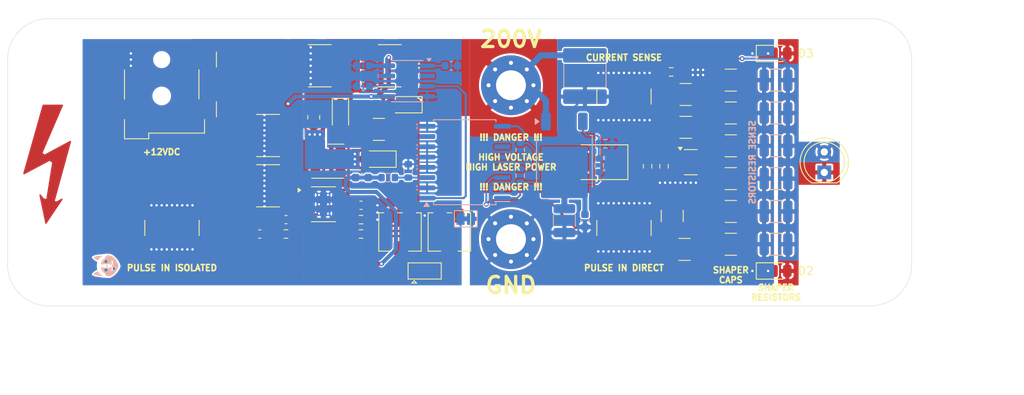
<source format=kicad_pcb>
(kicad_pcb (version 20241229) (generator "pcbnew") (generator_version "9.0")
  (layers (0 "F.Cu" signal) (2 "B.Cu" signal) (13 "F.Paste" user) (15 "B.Paste" user) (5 "F.SilkS" user "F.Silkscreen") (7 "B.SilkS" user "B.Silkscreen") (1 "F.Mask" user) (3 "B.Mask" user) (25 "Edge.Cuts" user))
  (net 0 "")
  (net 1 "GNDPWR")
  (net 2 "Net-(C8-Pad2)")
  (net 3 "Net-(U2-OUTA)")
  (net 4 "Net-(J1-In)")
  (net 5 "+VDC")
  (net 6 "VDDA")
  (net 7 "Net-(U1-SS)")
  (net 8 "GND")
  (net 9 "Net-(C15-Pad1)")
  (net 10 "Net-(U1-INTVcc)")
  (net 11 "+12V")
  (net 12 "Net-(D5-K)")
  (net 13 "Net-(D4-K)")
  (net 14 "VDD")
  (net 15 "Net-(U3-SS)")
  (net 16 "Net-(D5-A)")
  (net 17 "Net-(JP1-A)")
  (net 18 "Net-(JP1-C)")
  (net 19 "Net-(JP1-B)")
  (net 20 "/SENSE+")
  (net 21 "/TRIG")
  (net 22 "Net-(R14-Pad1)")
  (net 23 "Net-(U2-EN2)")
  (net 24 "Net-(U2-INA)")
  (net 25 "Net-(U4-ADJ)")
  (net 26 "Net-(U1-RT)")
  (net 27 "Net-(U1-Vc)")
  (net 34 "/SHAPER_INTER")
  (net 35 "/SHAPER_IN")
  (net 36 "/SHAPER_OUT")
  (net 37 "/PDEC")
  (net 38 "/SW")
  (footprint "Package_TO_SOT_SMD:SOT-23-3" (layer "F.Cu") (at 212.725 101.6)
    (property "Reference" "Q1" (hide yes))
    (property "Value" "FMMT415TD")
  )
  (footprint "Capacitor_SMD:C_1210_3225Metric" (layer "F.Cu") (at 211.963 112.395 180)
    (property "Reference" "C13" (hide yes))
    (property "Value" "DNP")
  )
  (footprint "Jumper:SolderJumper-3_P1.3mm_Bridged2Bar12_Pad1.0x1.5mm" (layer "F.Cu") (at 179.832 115.062)
    (property "Reference" "JP1" (hide yes))
    (property "Value" "VRANGE")
  )
  (footprint "Capacitor_SMD:C_1210_3225Metric" (layer "F.Cu") (at 212.09 93.218)
    (property "Reference" "C1" (hide yes))
    (property "Value" "10n")
  )
  (footprint "MountingHole:MountingHole_3.7mm_Pad_Via" (layer "F.Cu") (at 190.5 92.075)
    (property "Reference" "J3" (hide yes))
    (property "Value" "BANANA_V+")
  )
  (footprint "Resistor_SMD:R_0603_1608Metric" (layer "F.Cu") (at 210.2998 90.424)
    (property "Reference" "R14" (hide yes))
    (property "Value" "50")
  )
  (footprint "Resistor_SMD:R_0603_1608Metric" (layer "F.Cu") (at 171.958 108.712)
    (property "Reference" "R23" (hide yes))
    (property "Value" "107k")
  )
  (footprint "Capacitor_SMD:C_2220_5750Metric" (layer "F.Cu") (at 175.514 89.662)
    (property "Reference" "C20" (hide yes))
    (property "Value" "220n")
  )
  (footprint "Resistor_SMD:R_1210_3225Metric" (layer "F.Cu") (at 223.266 107.696)
    (property "Reference" "R6" (hide yes))
    (property "Value" "0")
  )
  (footprint "Capacitor_SMD:C_0603_1608Metric" (layer "F.Cu") (at 162.687 108.712 180)
    (property "Reference" "C16" (hide yes))
    (property "Value" "1u")
  )
  (footprint "Capacitor_SMD:C_1210_3225Metric" (layer "F.Cu") (at 217.678 107.696)
    (property "Reference" "C6" (hide yes))
    (property "Value" "47p")
  )
  (footprint "Resistor_SMD:R_1210_3225Metric" (layer "F.Cu") (at 223.266 99.568)
    (property "Reference" "R4" (hide yes))
    (property "Value" "0")
  )
  (footprint "Symbol:Symbol_HighVoltage_NoTriangle_6x15mm_Copper" (layer "F.Cu") (at 133.35 101.6)
    (property "Reference" "REF**" (hide yes))
    (property "Value" "Symbol_HighVoltage_NoTriangle_6x15mm_Copper" (hide yes))
  )
  (footprint "MountingHole:MountingHole_3.7mm_Pad_Via" (layer "F.Cu") (at 190.5 111.125)
    (property "Reference" "J4" (hide yes))
    (property "Value" "BANANA_V-")
  )
  (footprint "Capacitor_SMD:C_2220_5750Metric" (layer "F.Cu") (at 160.464 104.521 180)
    (property "Reference" "C18" (hide yes))
    (property "Value" "1u")
  )
  (footprint "Resistor_SMD:R_1210_3225Metric" (layer "F.Cu") (at 223.266 111.76)
    (property "Reference" "R7" (hide yes))
    (property "Value" "0")
  )
  (footprint "Resistor_SMD:R_1210_3225Metric" (layer "F.Cu") (at 223.266 95.504)
    (property "Reference" "R3" (hide yes))
    (property "Value" "0")
  )
  (footprint "Connector_BarrelJack:BarrelJack_Wuerth_694106106102_2.0x5.5mm" (layer "F.Cu") (at 147.32 91.975 180)
    (property "Reference" "J2" (hide yes))
    (property "Value" "12VIN")
  )
  (footprint "MountingHole:MountingHole_3mm" (layer "F.Cu") (at 229.616 95.25)
    (property "Reference" "MH4")
    (property "Value" "4-40a")
  )
  (footprint "Potentiometer_SMD:Potentiometer_Bourns_3314S_Horizontal" (layer "F.Cu") (at 182.88 110.236)
    (property "Reference" "RV2" (hide yes))
    (property "Value" "10k")
  )
  (footprint "Resistor_SMD:R_0603_1608Metric" (layer "F.Cu") (at 162.687 110.49 180)
    (property "Reference" "R24" (hide yes))
    (property "Value" "84.5k")
  )
  (footprint "Diode_SMD:D_SMB" (layer "F.Cu") (at 201.295 101.6 180)
    (property "Reference" "D1" (hide yes))
    (property "Value" "S3MB-13-F")
  )
  (footprint "Package_SO:Analog_MSOP-12-16-1EP_3x4.039mm_P0.5mm_EP1.651x2.845mm_ThermalVias" (layer "F.Cu") (at 167.3195 106.807)
    (property "Reference" "U1" (hide yes))
    (property "Value" "LT8365")
  )
  (footprint "Connector_Coaxial:SMA_Amphenol_132134-10_Vertical" (layer "F.Cu") (at 204.47 109.728 180)
    (property "Reference" "TP2" (hide yes))
    (property "Value" "TRIG_DIRECT")
  )
  (footprint "Potentiometer_SMD:Potentiometer_Bourns_3314S_Horizontal" (layer "F.Cu") (at 176.784 110.236)
    (property "Reference" "RV1" (hide yes))
    (property "Value" "50k")
  )
  (footprint "LED_THT:LED_D5.0mm" (layer "F.Cu") (at 229.235 102.87 90)
    (property "Reference" "LD1" (hide yes))
    (property "Value" "SPL_PL90")
  )
  (footprint "Diode_SMD:D_PowerDI-123" (layer "F.Cu") (at 223.139 88.138)
    (property "Reference" "D3")
    (property "Value" "DFLS1150")
  )
  (footprint "Capacitor_SMD:C_1210_3225Metric" (layer "F.Cu") (at 217.678 91.44)
    (property "Reference" "C2" (hide yes))
    (property "Value" "47p")
  )
  (footprint "Resistor_SMD:R_1210_3225Metric" (layer "F.Cu") (at 223.266 103.632)
    (property "Reference" "R5" (hide yes))
    (property "Value" "0")
  )
  (footprint "Resistor_SMD:R_0603_1608Metric" (layer "F.Cu") (at 209.423 102.108 -90)
    (property "Reference" "R18" (hide yes))
    (property "Value" "10k")
  )
  (footprint "Connector_Coaxial:SMA_Amphenol_132134-10_Vertical" (layer "F.Cu") (at 148.59 109.728)
    (property "Reference" "J1" (hide yes))
    (property "Value" "TRIG")
  )
  (footprint "Capacitor_SMD:C_1210_3225Metric" (layer "F.Cu") (at 217.678 103.632)
    (property "Reference" "C5" (hide yes))
    (property "Value" "47p")
  )
  (footprint "Diode_SMD:D_PowerDI-123" (layer "F.Cu") (at 173.99 101.219 180)
    (property "Reference" "D5" (hide yes))
    (property "Value" "DFLS1150")
  )
  (footprint "Resistor_SMD:R_0805_2012Metric" (layer "F.Cu") (at 166.116 96.0355 90)
    (property "Reference" "R26" (hide yes))
    (property "Value" "20")
  )
  (footprint "Capacitor_SMD:C_1210_3225Metric" (layer "F.Cu") (at 217.678 95.504)
    (property "Reference" "C3" (hide yes))
    (property "Value" "47p")
  )
  (footprint "holes:quarter-twenty" (layer "F.Cu") (at 234.95 88.9)
    (property "Reference" "H**")
    (property "Value" "1/4 20")
  )
  (footprint "holes:quarter-twenty" (layer "F.Cu") (at 133.35 114.3)
    (property "Reference" "H**")
    (property "Value" "1/4 20")
  )
  (footprint "Capacitor_SMD:C_1210_3225Metric" (layer "F.Cu") (at 217.678 111.76)
    (property "Reference" "C7" (hide yes))
    (property "Value" "47p")
  )
  (footprint "Capacitor_SMD:C_0603_1608Metric" (layer "F.Cu") (at 159.448 110.49 180)
    (property "Reference" "C15" (hide yes))
    (property "Value" "1n")
  )
  (footprint "Resistor_SMD:R_1210_3225Metric" (layer "F.Cu") (at 212.09 97.282)
    (property "Reference" "R1" (hide yes))
    (property "Value" "1.2k")
  )
  (footprint "Capacitor_SMD:C_2220_5750Metric" (layer "F.Cu") (at 166.868 89.662)
    (property "Reference" "C21" (hide yes))
    (property "Value" "220n")
  )
  (footprint "holes:quarter-twenty" (layer "F.Cu") (at 133.35 88.9)
    (property "Reference" "H**")
    (property "Value" "1/4 20")
  )
  (footprint "holes:quarter-twenty" (layer "F.Cu") (at 234.95 114.3)
    (property "Reference" "H**")
    (property "Value" "1/4 20")
  )
  (footprint "Resistor_SMD:R_0603_1608Metric" (layer "F.Cu") (at 207.391 102.108 90)
    (property "Reference" "R15" (hide yes))
    (property "Value" "50")
  )
  (footprint "Diode_SMD:D_PowerDI-123" (layer "F.Cu") (at 223.138 115.062)
    (property "Reference" "D2")
    (property "Value" "DFLS1150")
  )
  (footprint "Capacitor_SMD:C_1210_3225Metric" (layer "F.Cu") (at 217.678 99.568)
    (property "Reference" "C4" (hide yes))
    (property "Value" "47p")
  )
  (footprint "Capacitor_SMD:C_1210_3225Metric" (layer "F.Cu") (at 210.439 108.253 90)
    (property "Reference" "C8" (hide yes))
    (property "Value" "100n")
  )
  (footprint "Capacitor_SMD:C_2220_5750Metric" (layer "F.Cu") (at 160.464 98.298 180)
    (property "Reference" "C17" (hide yes))
    (property "Value" "10u")
  )
  (footprint "Capacitor_SMD:C_1210_3225Metric" (layer "F.Cu") (at 174.166 97.536)
    (property "Reference" "C19" (hide yes))
    (property "Value" "100n")
  )
  (footprint "Inductor_SMD_Wurth:L_Wurth_WE-LQSH-4020" (layer "F.Cu") (at 167.868 101.473)
    (property "Reference" "L1" (hide yes))
    (property "Value" "10u")
  )
  (footprint "MountingHole:MountingHole_3mm" (layer "F.Cu") (at 229.616 107.95)
    (property "Reference" "MH1")
    (property "Value" "4-40a")
  )
  (footprint "Diode_SMD:D_PowerDI-123" (layer "F.Cu") (at 169.418 96.011 -90)
    (property "Reference" "D4" (hide yes))
    (property "Value" "DFLS1150")
  )
  (footprint "Capacitor_SMD:C_0603_1608Metric" (layer "F.Cu") (at 171.958 106.934)
    (property "Reference" "C14" (hide yes))
    (property "Value" "220n")
  )
  (footprint "Diode_SMD:D_PowerDI-123" (layer "F.Cu") (at 177.204 94.488 180)
    (property "Reference" "D6" (hide yes))
    (property "Value" "DFLS1150")
  )
  (footprint "Resistor_SMD:R_0603_1608Metric" (layer "F.Cu") (at 171.958 110.49)
    (property "Reference" "R25" (hide yes))
    (property "Value" "1M")
  )
  (footprint "Resistor_SMD:R_1210_3225Metric" (layer "F.Cu") (at 223.266 91.44)
    (property "Reference" "R2" (hide yes))
    (property "Value" "0")
  )
  (footprint "Connector_Coaxial:SMA_Amphenol_132134-10_Vertical" (layer "F.Cu") (at 204.47 93.472)
    (property "Reference" "TP1" (hide yes))
    (property "Value" "AOUT")
  )
  (footprint "Package_SO:SOIC-8-1EP_3.9x4.9mm_P1.27mm_EP2.29x3mm" (layer "B.Cu") (at 177.673 91.567 180)
    (property "Reference" "U3" (hide yes))
    (property "Value" "ADP7142ARDZ-5.0")
  )
  (footprint "Capacitor_SMD:C_0603_1608Metric" (layer "B.Cu") (at 199.644 108.839 90)
    (property "Reference" "C11" (hide yes))
    (property "Value" "1u")
  )
  (footprint "Resistor_SMD:R_0603_1608Metric" (layer "B.Cu") (at 202.184 99.314)
    (property "Reference" "R21" (hide yes))
    (property "Value" "18.2k")
  )
  (footprint "Resistor_SMD:R_1210_3225Metric" (layer "B.Cu") (at 223.266 111.76 180)
    (property "Reference" "R13" (hide yes))
    (property "Value" "0.5")
  )
  (footprint "Jumper:SolderJumper-2_P1.3mm_Bridged_Pad1.0x1.5mm" (layer "B.Cu") (at 184.912 108.6104)
    (property "Reference" "JP2" (hide yes))
    (property "Value" "GNDCON")
  )
  (footprint "holes:milo" (layer "B.Cu") (at 138.555 112.647 -90)
    (property "Reference" "svg2mod" (hide yes))
    (property "Value" "G***" (hide yes))
  )
  (footprint "Package_TO_SOT_SMD:TO-252-2" (layer "B.Cu") (at 197.104 101.6 -90)
    (property "Reference" "U4" (hide yes))
    (property "Value" "LR8K4-G")
  )
  (footprint "Resistor_SMD:R_1210_3225Metric" (layer "B.Cu") (at 223.266 99.568 180)
    (property "Reference" "R10" (hide yes))
    (property "Value" "0.5")
  )
  (footprint "Resistor_SMD:R_0603_1608Metric" (layer "B.Cu") (at 191.643 100.076 90)
    (property "Reference" "R17" (hide yes))
    (property "Value" "DNP")
  )
  (footprint "Capacitor_SMD:C_2220_5750Metric" (layer "B.Cu") (at 199.644 90.932 90)
    (property "Reference" "C10" (hide yes))
    (property "Value" "1u")
  )
  (footprint "Resistor_SMD:R_1210_3225Metric" (layer "B.Cu") (at 223.266 103.632 180)
    (property "Reference" "R11" (hide yes))
    (property "Value" "0.5")
  )
  (footprint "Package_SO:SOIC-16W_7.5x10.3mm_P1.27mm" (layer "B.Cu") (at 184.785 101.6)
    (property "Reference" "U2" (hide yes))
    (property "Value" "ISO6740")
  )
  (footprint "Resistor_SMD:R_0603_1608Metric" (layer "B.Cu") (at 201.422 101.981 90)
    (property "Reference" "R22" (hide yes))
    (property "Value" "6.04k")
  )
  (footprint "Resistor_SMD:R_0603_1608Metric" (layer "B.Cu") (at 177.8 102.68 90)
    (property "Reference" "R20" (hide yes))
    (property "Value" "10k")
  )
  (footprint "Capacitor_SMD:C_1210_3225Metric" (layer "B.Cu") (at 197.104 108.839 90)
    (property "Reference" "C12" (hide yes))
    (property "Value" "100n")
  )
  (footprint "Resistor_SMD:R_1210_3225Metric" (layer "B.Cu") (at 223.266 107.696 180)
    (property "Reference" "R12" (hide yes))
    (property "Value" "0.5")
  )
  (footprint "Resistor_SMD:R_1210_3225Metric" (layer "B.Cu") (at 223.266 91.44 180)
    (property "Reference" "R8" (hide yes))
    (property "Value" "0.5")
  )
  (footprint "Capacitor_SMD:C_0603_1608Metric" (layer "B.Cu") (at 172.212 92.202 180)
    (property "Reference" "C24" (hide yes))
    (property "Value" "1n")
  )
  (footprint "Capacitor_SMD:C_0603_1608Metric" (layer "B.Cu") (at 183.134 89.662)
    (property "Reference" "C23" (hide yes))
    (property "Value" "2.2u")
  )
  (footprint "Resistor_SMD:R_1210_3225Metric" (layer "B.Cu") (at 223.266 95.504 180)
    (property "Reference" "R9" (hide yes))
    (property "Value" "0.5")
  )
  (footprint "Resistor_SMD:R_0603_1608Metric" (layer "B.Cu") (at 191.643 103.251 -90)
    (property "Reference" "R16" (hide yes))
    (property "Value" "4.7k")
  )
  (footprint "Resistor_SMD:R_0603_1608Metric" (layer "B.Cu") (at 175.324 103.505)
    (property "Reference" "R19" (hide yes))
    (property "Value" "50")
  )
  (footprint "Capacitor_SMD:C_0603_1608Metric" (layer "B.Cu") (at 172.072 103.505 180)
    (property "Reference" "C9" (hide yes))
    (property "Value" "DNP")
  )
  (footprint "Capacitor_SMD:C_0603_1608Metric" (layer "B.Cu") (at 172.212 89.662 180)
    (property "Reference" "C22" (hide yes))
    (property "Value" "2.2u")
  )
  (gr_rect (start 137.795 111.76) (end 143.51 112.647) (stroke (width 0.2032)) (fill yes) (layer "B.Cu") (net 8))
  (gr_rect (start 138.684 116.1796) (end 142.748 116.586) (stroke (width 0.2032)) (fill yes) (layer "B.Cu") (net 8))
  (gr_rect (start 137.668 112.143) (end 138.557 116.586) (stroke (width 0.2032)) (fill yes) (layer "B.Cu") (net 8))
  (gr_rect (start 142.4305 112.014) (end 143.3195 116.457) (stroke (width 0.2032)) (fill yes) (layer "B.Cu") (net 8))
  (gr_arc (start 234.95 83.82) (mid 238.542102 85.307898) (end 240.03 88.9) (stroke (width 0.0508)) (layer "Edge.Cuts"))
  (gr_line (start 133.35 83.82) (end 234.95 83.82) (stroke (width 0.0508)) (layer "Edge.Cuts"))
  (gr_line (start 128.27 114.3) (end 128.27 88.9) (stroke (width 0.0508)) (layer "Edge.Cuts"))
  (gr_line (start 240.03 88.9) (end 240.03 114.3) (stroke (width 0.0508)) (layer "Edge.Cuts"))
  (gr_arc (start 128.27 88.9) (mid 129.757898 85.307898) (end 133.35 83.82) (stroke (width 0.0508)) (layer "Edge.Cuts"))
  (gr_arc (start 133.35 119.38) (mid 129.757898 117.892102) (end 128.27 114.3) (stroke (width 0.0508)) (layer "Edge.Cuts"))
  (gr_arc (start 240.03 114.3) (mid 238.542102 117.892102) (end 234.95 119.38) (stroke (width 0.0508)) (layer "Edge.Cuts"))
  (gr_line (start 234.95 119.38) (end 133.35 119.38) (stroke (width 0.0508)) (layer "Edge.Cuts"))
  (gr_text "PULSE IN ISOLATED" (at 148.59 114.681 0) (layer "F.SilkS") (effects (font (size 0.762 0.762) (thickness 0.1905) (bold yes))))
  (gr_text "!!! DANGER !!!\n\nHIGH VOLTAGE\nHIGH LASER POWER\n\n!!! DANGER !!!" (at 190.5 101.6 0) (layer "F.SilkS") (effects (font (size 0.762 0.762) (thickness 0.1905) (bold yes))))
  (gr_text "PULSE IN DIRECT" (at 204.47 114.681 0) (layer "F.SilkS") (effects (font (size 0.762 0.762) (thickness 0.1905) (bold yes))))
  (gr_text "SHAPER\nCAPS" (at 217.678 115.57 0) (layer "F.SilkS") (effects (font (size 0.762 0.762) (thickness 0.1905) (bold yes))))
  (gr_text "GND" (at 190.5 116.84 0) (layer "F.SilkS") (effects (font (size 2.032 2.032) (thickness 0.4064) (bold yes))))
  (gr_text "200V" (at 190.5 86.36 0) (layer "F.SilkS") (effects (font (size 2.032 2.032) (thickness 0.4064) (bold yes))))
  (gr_text "+12VDC" (at 147.32 100.33 0) (layer "F.SilkS") (effects (font (size 0.762 0.762) (thickness 0.1905) (bold yes))))
  (gr_text "CURRENT SENSE" (at 204.47 88.646 0) (layer "F.SilkS") (effects (font (size 0.762 0.762) (thickness 0.1905) (bold yes))))
  (gr_text "SHAPER\nRESISTORS" (at 223.266 117.729 0) (layer "F.SilkS") (effects (font (size 0.762 0.762) (thickness 0.1905) (bold yes))))
  (gr_text "SENSE RESISTORS" (at 220.345 101.6 90) (layer "B.SilkS") (effects (font (size 0.762 0.762) (thickness 0.1905) (bold yes)) (justify mirror)))
  (segment (start 222.289 88.138) (end 220.345 88.138) (width 0.762) (layer "F.Cu") (net 1))
  (segment (start 210.488 112.395) (end 207.899 112.395) (width 0.762) (layer "F.Cu") (net 1))
  (segment (start 207.899 112.395) (end 207.645 112.649) (width 0.762) (layer "F.Cu") (net 1))
  (segment (start 222.288 115.062) (end 220.345 115.062) (width 0.762) (layer "F.Cu") (net 1))
  (via (at 202.565 90.551) (size 0.6) (drill 0.3) (layers "F.Cu" "B.Cu") (net 1))
  (via (at 211.455 104.14) (size 0.6) (drill 0.3) (layers "F.Cu" "B.Cu") (net 1))
  (via (at 205.74 90.551) (size 0.6) (drill 0.3) (layers "F.Cu" "B.Cu") (net 1))
  (via (at 205.74 96.393) (size 0.6) (drill 0.3) (layers "F.Cu" "B.Cu") (net 1))
  (via (at 206.375 112.649) (size 0.6) (drill 0.3) (layers "F.Cu" "B.Cu") (net 1))
  (via (at 206.375 106.68) (size 0.6) (drill 0.3) (layers "F.Cu" "B.Cu") (net 1))
  (via (at 207.645 96.393) (size 0.6) (drill 0.3) (layers "F.Cu" "B.Cu") (net 1))
  (via (at 203.835 112.649) (size 0.6) (drill 0.3) (layers "F.Cu" "B.Cu") (net 1))
  (via (at 202.565 112.649) (size 0.6) (drill 0.3) (layers "F.Cu" "B.Cu") (net 1))
  (via (at 222.289 88.138) (size 0.6) (drill 0.3) (layers "F.Cu" "B.Cu") (net 1))
  (via (at 214.249 90.17) (size 0.6) (drill 0.3) (layers "F.Cu" "B.Cu") (net 1))
  (via (at 212.979 90.17) (size 0.6) (drill 0.3) (layers "F.Cu" "B.Cu") (net 1))
  (via (at 210.82 104.14) (size 0.6) (drill 0.3) (layers "F.Cu" "B.Cu") (net 1))
  (via (at 201.295 90.551) (size 0.6) (drill 0.3) (layers "F.Cu" "B.Cu") (net 1))
  (via (at 213.614 90.805) (size 0.6) (drill 0.3) (layers "F.Cu" "B.Cu") (net 1))
  (via (at 213.36 104.14) (size 0.6) (drill 0.3) (layers "F.Cu" "B.Cu") (net 1))
  (via (at 201.295 106.68) (size 0.6) (drill 0.3) (layers "F.Cu" "B.Cu") (net 1))
  (via (at 202.565 96.393) (size 0.6) (drill 0.3) (layers "F.Cu" "B.Cu") (net 1))
  (via (at 207.01 96.393) (size 0.6) (drill 0.3) (layers "F.Cu" "B.Cu") (net 1))
  (via (at 205.74 106.68) (size 0.6) (drill 0.3) (layers "F.Cu" "B.Cu") (net 1))
  (via (at 205.105 90.551) (size 0.6) (drill 0.3) (layers "F.Cu" "B.Cu") (net 1))
  (via (at 201.93 106.68) (size 0.6) (drill 0.3) (layers "F.Cu" "B.Cu") (net 1))
  (via (at 205.105 106.68) (size 0.6) (drill 0.3) (layers "F.Cu" "B.Cu") (net 1))
  (via (at 207.01 90.551) (size 0.6) (drill 0.3) (layers "F.Cu" "B.Cu") (net 1))
  (via (at 209.55 104.14) (size 0.6) (drill 0.3) (layers "F.Cu" "B.Cu") (net 1))
  (via (at 206.375 90.551) (size 0.6) (drill 0.3) (layers "F.Cu" "B.Cu") (net 1))
  (via (at 212.979 90.805) (size 0.6) (drill 0.3) (layers "F.Cu" "B.Cu") (net 1))
  (via (at 207.645 106.68) (size 0.6) (drill 0.3) (layers "F.Cu" "B.Cu") (net 1))
  (via (at 210.185 104.14) (size 0.6) (drill 0.3) (layers "F.Cu" "B.Cu") (net 1))
  (via (at 203.2 90.551) (size 0.6) (drill 0.3) (layers "F.Cu" "B.Cu") (net 1))
  (via (at 201.295 96.393) (size 0.6) (drill 0.3) (layers "F.Cu" "B.Cu") (net 1))
  (via (at 203.835 90.551) (size 0.6) (drill 0.3) (layers "F.Cu" "B.Cu") (net 1))
  (via (at 203.2 112.649) (size 0.6) (drill 0.3) (layers "F.Cu" "B.Cu") (net 1))
  (via (at 207.01 112.649) (size 0.6) (drill 0.3) (layers "F.Cu" "B.Cu") (net 1))
  (via (at 204.47 96.393) (size 0.6) (drill 0.3) (layers "F.Cu" "B.Cu") (net 1))
  (via (at 207.645 112.649) (size 0.6) (drill 0.3) (layers "F.Cu" "B.Cu") (net 1))
  (via (at 222.288 115.062) (size 0.6) (drill 0.3) (layers "F.Cu" "B.Cu") (net 1))
  (via (at 212.725 104.14) (size 0.6) (drill 0.3) (layers "F.Cu" "B.Cu") (net 1))
  (via (at 204.47 112.649) (size 0.6) (drill 0.3) (layers "F.Cu" "B.Cu") (net 1))
  (via (at 205.74 112.649) (size 0.6) (drill 0.3) (layers "F.Cu" "B.Cu") (net 1))
  (via (at 203.835 106.68) (size 0.6) (drill 0.3) (layers "F.Cu" "B.Cu") (net 1))
  (via (at 201.93 112.649) (size 0.6) (drill 0.3) (layers "F.Cu" "B.Cu") (net 1))
  (via (at 201.93 90.551) (size 0.6) (drill 0.3) (layers "F.Cu" "B.Cu") (net 1))
  (via (at 202.565 106.68) (size 0.6) (drill 0.3) (layers "F.Cu" "B.Cu") (net 1))
  (via (at 201.295 112.649) (size 0.6) (drill 0.3) (layers "F.Cu" "B.Cu") (net 1))
  (via (at 213.614 90.17) (size 0.6) (drill 0.3) (layers "F.Cu" "B.Cu") (net 1))
  (via (at 203.2 96.393) (size 0.6) (drill 0.3) (layers "F.Cu" "B.Cu") (net 1))
  (via (at 204.47 106.68) (size 0.6) (drill 0.3) (layers "F.Cu" "B.Cu") (net 1))
  (via (at 208.915 104.14) (size 0.6) (drill 0.3) (layers "F.Cu" "B.Cu") (net 1))
  (via (at 220.345 88.138) (size 0.6) (drill 0.3) (layers "F.Cu" "B.Cu") (net 1))
  (via (at 201.93 96.393) (size 0.6) (drill 0.3) (layers "F.Cu" "B.Cu") (net 1))
  (via (at 205.105 96.393) (size 0.6) (drill 0.3) (layers "F.Cu" "B.Cu") (net 1))
  (via (at 220.345 115.062) (size 0.6) (drill 0.3) (layers "F.Cu" "B.Cu") (net 1))
  (via (at 205.105 112.649) (size 0.6) (drill 0.3) (layers "F.Cu" "B.Cu") (net 1))
  (via (at 203.2 106.68) (size 0.6) (drill 0.3) (layers "F.Cu" "B.Cu") (net 1))
  (via (at 206.375 96.393) (size 0.6) (drill 0.3) (layers "F.Cu" "B.Cu") (net 1))
  (via (at 207.645 90.551) (size 0.6) (drill 0.3) (layers "F.Cu" "B.Cu") (net 1))
  (via (at 203.835 96.393) (size 0.6) (drill 0.3) (layers "F.Cu" "B.Cu") (net 1))
  (via (at 212.09 104.14) (size 0.6) (drill 0.3) (layers "F.Cu" "B.Cu") (net 1))
  (via (at 207.01 106.68) (size 0.6) (drill 0.3) (layers "F.Cu" "B.Cu") (net 1))
  (via (at 214.249 90.805) (size 0.6) (drill 0.3) (layers "F.Cu" "B.Cu") (net 1))
  (via (at 204.47 90.551) (size 0.6) (drill 0.3) (layers "F.Cu" "B.Cu") (net 1))
  (segment (start 197.358 95.768) (end 199.644 93.482) (width 0.254) (layer "B.Cu") (net 1))
  (segment (start 197.104 98.806) (end 197.358 98.552) (width 0.254) (layer "B.Cu") (net 1))
  (segment (start 191.389 97.155) (end 193.04 98.806) (width 0.254) (layer "B.Cu") (net 1))
  (segment (start 189.435 97.155) (end 191.389 97.155) (width 0.254) (layer "B.Cu") (net 1))
  (segment (start 193.04 98.806) (end 197.104 98.806) (width 0.254) (layer "B.Cu") (net 1))
  (segment (start 197.358 98.552) (end 197.358 95.768) (width 0.254) (layer "B.Cu") (net 1))
  (segment (start 207.391 104.775) (end 207.899 105.283) (width 0.762) (layer "F.Cu") (net 2))
  (segment (start 207.899 105.283) (end 209.804 105.283) (width 0.762) (layer "F.Cu") (net 2))
  (segment (start 207.391 102.933) (end 207.391 104.775) (width 0.762) (layer "F.Cu") (net 2))
  (segment (start 210.439 105.918) (end 210.439 106.778) (width 0.762) (layer "F.Cu") (net 2))
  (segment (start 209.804 105.283) (end 210.439 105.918) (width 0.762) (layer "F.Cu") (net 2))
  (segment (start 204.47 109.728) (end 210.439 109.728) (width 0.254) (layer "F.Cu") (net 3))
  (segment (start 198.501 109.728) (end 204.47 109.728) (width 0.254) (layer "F.Cu") (net 3))
  (segment (start 195.072 106.299) (end 198.501 109.728) (width 0.254) (layer "F.Cu") (net 3))
  (segment (start 187.96 106.299) (end 195.072 106.299) (width 0.254) (layer "F.Cu") (net 3))
  (segment (start 187.452 106.807) (end 187.96 106.299) (width 0.254) (layer "F.Cu") (net 3))
  (via (at 187.452 106.807) (size 0.6) (drill 0.3) (layers "F.Cu" "B.Cu") (net 3))
  (segment (start 188.214 103.505) (end 187.452 104.267) (width 0.254) (layer "B.Cu") (net 3))
  (segment (start 187.452 104.267) (end 187.452 106.807) (width 0.254) (layer "B.Cu") (net 3))
  (segment (start 189.435 103.505) (end 188.214 103.505) (width 0.254) (layer "B.Cu") (net 3))
  (segment (start 152.146 109.728) (end 155.829 113.411) (width 0.508) (layer "F.Cu") (net 4))
  (segment (start 148.59 109.728) (end 152.146 109.728) (width 0.508) (layer "F.Cu") (net 4))
  (segment (start 155.829 113.411) (end 156.591 114.173) (width 0.508) (layer "F.Cu") (net 4))
  (segment (start 156.591 114.173) (end 174.498 114.173) (width 0.508) (layer "F.Cu") (net 4))
  (via (at 174.498 114.173) (size 0.6) (drill 0.3) (layers "F.Cu" "B.Cu") (net 4))
  (segment (start 170.053 103.886) (end 170.434 103.505) (width 0.508) (layer "B.Cu") (net 4))
  (segment (start 173.863 105.283) (end 170.561 105.283) (width 0.508) (layer "B.Cu") (net 4))
  (segment (start 174.498 114.173) (end 176.276 112.395) (width 0.508) (layer "B.Cu") (net 4))
  (segment (start 170.053 104.775) (end 170.053 103.886) (width 0.508) (layer "B.Cu") (net 4))
  (segment (start 171.297 103.505) (end 172.847 103.505) (width 0.508) (layer "B.Cu") (net 4))
  (segment (start 172.847 103.505) (end 174.499 103.505) (width 0.508) (layer "B.Cu") (net 4))
  (segment (start 176.276 112.395) (end 176.276 107.696) (width 0.508) (layer "B.Cu") (net 4))
  (segment (start 170.434 103.505) (end 171.297 103.505) (width 0.508) (layer "B.Cu") (net 4))
  (segment (start 176.276 107.696) (end 173.863 105.283) (width 0.508) (layer "B.Cu") (net 4))
  (segment (start 170.561 105.283) (end 170.053 104.775) (width 0.508) (layer "B.Cu") (net 4))
  (segment (start 179.07 109.728) (end 179.07 95.504) (width 0.254) (layer "F.Cu") (net 5))
  (segment (start 179.07 95.504) (end 178.054 94.488) (width 0.254) (layer "F.Cu") (net 5))
  (segment (start 178.689 110.109) (end 179.07 109.728) (width 0.254) (layer "F.Cu") (net 5))
  (segment (start 173.164 110.109) (end 178.689 110.109) (width 0.254) (layer "F.Cu") (net 5))
  (segment (start 172.783 110.49) (end 173.164 110.109) (width 0.254) (layer "F.Cu") (net 5))
  (segment (start 194.824 93.986) (end 192.913 92.075) (width 0.762) (layer "B.Cu") (net 5))
  (segment (start 199.644 88.382) (end 194.193 88.382) (width 0.762) (layer "B.Cu") (net 5))
  (segment (start 194.193 88.382) (end 192.462221 90.112779) (width 0.762) (layer "B.Cu") (net 5))
  (segment (start 194.824 96.56) (end 194.824 93.986) (width 0.762) (layer "B.Cu") (net 5))
  (segment (start 192.913 92.075) (end 190.5 92.075) (width 0.762) (layer "B.Cu") (net 5))
  (segment (start 201.168 104.14) (end 198.384 104.14) (width 0.254) (layer "B.Cu") (net 6))
  (segment (start 191.643 105.664) (end 191.643 104.076) (width 0.254) (layer "B.Cu") (net 6))
  (segment (start 201.422 102.806) (end 201.422 103.886) (width 0.254) (layer "B.Cu") (net 6))
  (segment (start 199.644 105.4) (end 197.104 102.86) (width 0.635) (layer "B.Cu") (net 6))
  (segment (start 189.435 106.045) (end 191.262 106.045) (width 0.254) (layer "B.Cu") (net 6))
  (segment (start 195.888 104.076) (end 197.104 102.86) (width 0.254) (layer "B.Cu") (net 6))
  (segment (start 197.104 107.364) (end 197.104 102.86) (width 0.762) (layer "B.Cu") (net 6))
  (segment (start 191.643 104.076) (end 195.888 104.076) (width 0.254) (layer "B.Cu") (net 6))
  (segment (start 199.644 108.064) (end 199.644 105.4) (width 0.635) (layer "B.Cu") (net 6))
  (segment (start 198.384 104.14) (end 197.104 102.86) (width 0.254) (layer "B.Cu") (net 6))
  (segment (start 201.422 103.886) (end 201.168 104.14) (width 0.254) (layer "B.Cu") (net 6))
  (segment (start 191.262 106.045) (end 191.643 105.664) (width 0.254) (layer "B.Cu") (net 6))
  (segment (start 170.566308 106.934) (end 171.183 106.934) (width 0.254) (layer "F.Cu") (net 7))
  (segment (start 169.943308 107.557) (end 170.566308 106.934) (width 0.254) (layer "F.Cu") (net 7))
  (segment (start 169.425 107.557) (end 169.943308 107.557) (width 0.254) (layer "F.Cu") (net 7))
  (segment (start 157.6832 109.2708) (end 157.8102 109.1438) (width 0.254) (layer "F.Cu") (net 8))
  (segment (start 165.214 108.057) (end 166.6665 108.057) (width 0.254) (layer "F.Cu") (net 8))
  (segment (start 161.912 108.712) (end 160.8582 108.712) (width 0.254) (layer "F.Cu") (net 8))
  (segment (start 157.8102 109.1438) (end 159.5374 109.1438) (width 0.254) (layer "F.Cu") (net 8))
  (segment (start 166.6665 108.057) (end 166.769 107.9545) (width 0.254) (layer "F.Cu") (net 8))
  (segment (start 169.425 107.057) (end 168.12 107.057) (width 0.254) (layer "F.Cu") (net 8))
  (segment (start 181.73 108.211) (end 179.839 108.211) (width 0.762) (layer "F.Cu") (net 8))
  (segment (start 158.673 110.49) (end 157.9372 110.49) (width 0.254) (layer "F.Cu") (net 8))
  (segment (start 157.9372 110.49) (end 157.6832 110.236) (width 0.254) (layer "F.Cu") (net 8))
  (segment (start 160.02 107.8738) (end 160.02 107.061) (width 0.254) (layer "F.Cu") (net 8))
  (segment (start 168.12 107.057) (end 167.87 106.807) (width 0.254) (layer "F.Cu") (net 8))
  (segment (start 160.8582 108.712) (end 160.4137 108.2675) (width 0.254) (layer "F.Cu") (net 8))
  (segment (start 159.5374 109.1438) (end 160.4137 108.2675) (width 0.254) (layer "F.Cu") (net 8))
  (segment (start 160.4137 108.2675) (end 160.02 107.8738) (width 0.254) (layer "F.Cu") (net 8))
  (segment (start 157.6832 110.236) (end 157.6832 109.2708) (width 0.254) (layer "F.Cu") (net 8))
  (segment (start 179.839 108.211) (end 179.832 108.204) (width 0.762) (layer "F.Cu") (net 8))
  (via (at 149.225 106.934) (size 0.6) (drill 0.3) (layers "F.Cu" "B.Cu") (net 8))
  (via (at 149.86 106.934) (size 0.6) (drill 0.3) (layers "F.Cu" "B.Cu") (net 8))
  (via (at 143.51 88.9) (size 0.6) (drill 0.3) (layers "F.Cu" "B.Cu") (net 8))
  (via (at 146.05 112.395) (size 0.6) (drill 0.3) (layers "F.Cu" "B.Cu") (net 8))
  (via (at 143.51 89.662) (size 0.6) (drill 0.3) (layers "F.Cu" "B.Cu") (net 8))
  (via (at 160.02 103.886) (size 0.6) (drill 0.3) (layers "F.Cu" "B.Cu") (net 8))
  (via (at 179.832 108.204) (size 0.6) (drill 0.3) (layers "F.Cu" "B.Cu") (net 8))
  (via (at 160.02 100.203) (size 0.6) (drill 0.3) (layers "F.Cu" "B.Cu") (net 8))
  (via (at 146.05 106.934) (size 0.6) (drill 0.3) (layers "F.Cu" "B.Cu") (net 8))
  (via (at 173.99 106.934) (size 0.6) (drill 0.3) (layers "F.Cu" "B.Cu") (net 8))
  (via (at 165.735 89.662) (size 0.6) (drill 0.3) (layers "F.Cu" "B.Cu") (net 8))
  (via (at 160.02 101.981) (size 0.6) (drill 0.3) (layers "F.Cu" "B.Cu") (net 8))
  (via (at 148.59 112.395) (size 0.6) (drill 0.3) (layers "F.Cu" "B.Cu") (net 8))
  (via (at 160.02 106.426) (size 0.6) (drill 0.3) (layers "F.Cu" "B.Cu") (net 8))
  (via (at 160.02 100.838) (size 0.6) (drill 0.3) (layers "F.Cu" "B.Cu") (net 8))
  (via (at 160.02 98.933) (size 0.6) (drill 0.3) (layers "F.Cu" "B.Cu") (net 8))
  (via (at 165.735 91.948) (size 0.6) (drill 0.3) (layers "F.Cu" "B.Cu") (net 8))
  (via (at 160.02 99.568) (size 0.6) (drill 0.3) (layers "F.Cu" "B.Cu") (net 8))
  (via (at 146.685 112.395) (size 0.6) (drill 0.3) (layers "F.Cu" "B.Cu") (net 8))
  (via (at 148.59 106.934) (size 0.6) (drill 0.3) (layers "F.Cu" "B.Cu") (net 8))
  (via (at 160.02 105.791) (size 0.6) (drill 0.3) (layers "F.Cu" "B.Cu") (net 8))
  (via (at 150.495 106.934) (size 0.6) (drill 0.3) (layers "F.Cu" "B.Cu") (net 8))
  (via (at 151.13 112.395) (size 0.6) (drill 0.3) (layers "F.Cu" "B.Cu") (net 8))
  (via (at 160.02 96.393) (size 0.6) (drill 0.3) (layers "F.Cu" "B.Cu") (net 8))
  (via (at 160.02 107.061) (size 0.6) (drill 0.3) (layers "F.Cu" "B.Cu") (net 8))
  (via (at 160.02 105.156) (size 0.6) (drill 0.3) (layers "F.Cu" "B.Cu") (net 8))
  (via (at 160.02 98.298) (size 0.6) (drill 0.3) (layers "F.Cu" "B.Cu") (net 8))
  (via (at 173.99 107.823) (size 0.6) (drill 0.3) (layers "F.Cu" "B.Cu") (net 8))
  (via (at 160.02 97.028) (size 0.6) (drill 0.3) (layers "F.Cu" "B.Cu") (net 8))
  (via (at 143.51 88.138) (size 0.6) (drill 0.3) (layers "F.Cu" "B.Cu") (net 8))
  (via (at 173.99 108.712) (size 0.6) (drill 0.3) (layers "F.Cu" "B.Cu") (net 8))
  (via (at 165.735 90.424) (size 0.6) (drill 0.3) (layers "F.Cu" "B.Cu") (net 8))
  (via (at 160.02 103.251) (size 0.6) (drill 0.3) (layers "F.Cu" "B.Cu") (net 8))
  (via (at 149.86 112.395) (size 0.6) (drill 0.3) (layers "F.Cu" "B.Cu") (net 8))
  (via (at 151.13 106.934) (size 0.6) (drill 0.3) (layers "F.Cu" "B.Cu") (net 8))
  (via (at 149.225 112.395) (size 0.6) (drill 0.3) (layers "F.Cu" "B.Cu") (net 8))
  (via (at 160.02 102.616) (size 0.6) (drill 0.3) (layers "F.Cu" "B.Cu") (net 8))
  (via (at 146.685 106.934) (size 0.6) (drill 0.3) (layers "F.Cu" "B.Cu") (net 8))
  (via (at 165.735 91.186) (size 0.6) (drill 0.3) (layers "F.Cu" "B.Cu") (net 8))
  (via (at 160.02 104.521) (size 0.6) (drill 0.3) (layers "F.Cu" "B.Cu") (net 8))
  (via (at 147.955 112.395) (size 0.6) (drill 0.3) (layers "F.Cu" "B.Cu") (net 8))
  (via (at 165.735 88.138) (size 0.6) (drill 0.3) (layers "F.Cu" "B.Cu") (net 8))
  (via (at 150.495 112.395) (size 0.6) (drill 0.3) (layers "F.Cu" "B.Cu") (net 8))
  (via (at 147.32 112.395) (size 0.6) (drill 0.3) (layers "F.Cu" "B.Cu") (net 8))
  (via (at 147.32 106.934) (size 0.6) (drill 0.3) (layers "F.Cu" "B.Cu") (net 8))
  (via (at 165.735 88.9) (size 0.6) (drill 0.3) (layers "F.Cu" "B.Cu") (net 8))
  (via (at 160.02 97.663) (size 0.6) (drill 0.3) (layers "F.Cu" "B.Cu") (net 8))
  (via (at 147.955 106.934) (size 0.6) (drill 0.3) (layers "F.Cu" "B.Cu") (net 8))
  (via (at 160.02 95.758) (size 0.6) (drill 0.3) (layers "F.Cu" "B.Cu") (net 8))
  (via (at 165.735 87.376) (size 0.6) (drill 0.3) (layers "F.Cu" "B.Cu") (net 8))
  (segment (start 161.862 110.49) (end 160.223 110.49) (width 0.254) (layer "F.Cu") (net 9))
  (segment (start 163.462 108.712) (end 164.147 108.712) (width 0.254) (layer "F.Cu") (net 10))
  (segment (start 164.274 108.585) (end 164.274 107.442) (width 0.254) (layer "F.Cu") (net 10))
  (segment (start 164.274 107.442) (end 164.659 107.057) (width 0.254) (layer "F.Cu") (net 10))
  (segment (start 164.659 107.057) (end 165.214 107.057) (width 0.254) (layer "F.Cu") (net 10))
  (segment (start 164.147 108.712) (end 164.274 108.585) (width 0.254) (layer "F.Cu") (net 10))
  (segment (start 175.387 92.075) (end 175.387 88.646) (width 0.508) (layer "F.Cu") (net 11))
  (segment (start 173.99 93.472) (end 174.244 93.218) (width 0.508) (layer "F.Cu") (net 11))
  (segment (start 173.228 93.472) (end 173.99 93.472) (width 0.508) (layer "F.Cu") (net 11))
  (segment (start 174.244 93.218) (end 175.387 92.075) (width 0.508) (layer "F.Cu") (net 11))
  (via (at 173.228 93.472) (size 0.6) (drill 0.3) (layers "F.Cu" "B.Cu") (net 11))
  (via (at 175.387 88.646) (size 0.6) (drill 0.3) (layers "F.Cu" "B.Cu") (net 11))
  (via (at 162.941 94.361) (size 0.6) (drill 0.3) (layers "F.Cu" "B.Cu") (net 11))
  (segment (start 175.198 89.662) (end 172.987 89.662) (width 0.508) (layer "B.Cu") (net 11))
  (segment (start 163.83 93.472) (end 162.941 94.361) (width 0.508) (layer "B.Cu") (net 11))
  (segment (start 175.198 93.472) (end 173.228 93.472) (width 0.508) (layer "B.Cu") (net 11))
  (segment (start 175.198 88.835) (end 175.387 88.646) (width 0.508) (layer "B.Cu") (net 11))
  (segment (start 175.198 89.662) (end 175.198 88.835) (width 0.508) (layer "B.Cu") (net 11))
  (segment (start 173.228 93.472) (end 163.83 93.472) (width 0.508) (layer "B.Cu") (net 11))
  (segment (start 175.198 89.662) (end 175.198 90.932) (width 0.508) (layer "B.Cu") (net 11))
  (segment (start 184.658 106.045) (end 184.912 105.791) (width 0.254) (layer "B.Cu") (net 14))
  (segment (start 184.912 105.791) (end 184.912 93.218) (width 0.254) (layer "B.Cu") (net 14))
  (segment (start 180.135 106.045) (end 184.658 106.045) (width 0.254) (layer "B.Cu") (net 14))
  (segment (start 183.896 92.202) (end 180.148 92.202) (width 0.254) (layer "B.Cu") (net 14))
  (segment (start 184.912 93.218) (end 183.896 92.202) (width 0.254) (layer "B.Cu") (net 14))
  (segment (start 182.359 89.662) (end 180.148 89.662) (width 0.254) (layer "B.Cu") (net 14))
  (segment (start 175.198 92.202) (end 172.987 92.202) (width 0.254) (layer "B.Cu") (net 15))
  (via (at 166.243 98.171) (size 0.6) (drill 0.3) (layers "F.Cu" "B.Cu") (net 16))
  (via (at 171.196 100.584) (size 0.6) (drill 0.3) (layers "F.Cu" "B.Cu") (net 16))
  (via (at 171.196 101.854) (size 0.6) (drill 0.3) (layers "F.Cu" "B.Cu") (net 16))
  (via (at 166.878 98.171) (size 0.6) (drill 0.3) (layers "F.Cu" "B.Cu") (net 16))
  (via (at 171.196 101.219) (size 0.6) (drill 0.3) (layers "F.Cu" "B.Cu") (net 16))
  (via (at 165.608 98.171) (size 0.6) (drill 0.3) (layers "F.Cu" "B.Cu") (net 16))
  (segment (start 176.784 112.261) (end 176.784 114.554) (width 0.254) (layer "F.Cu") (net 17))
  (segment (start 176.784 114.554) (end 177.292 115.062) (width 0.254) (layer "F.Cu") (net 17))
  (segment (start 177.292 115.062) (end 178.532 115.062) (width 0.254) (layer "F.Cu") (net 17))
  (segment (start 169.425 109.418) (end 170.497 110.49) (width 0.254) (layer "F.Cu") (net 18))
  (segment (start 174.752 110.744) (end 173.736 111.76) (width 0.254) (layer "F.Cu") (net 18))
  (segment (start 171.704 110.49) (end 171.958 110.744) (width 0.254) (layer "F.Cu") (net 18))
  (segment (start 179.832 111.76) (end 179.07 110.998) (width 0.254) (layer "F.Cu") (net 18))
  (segment (start 170.497 110.49) (end 171.133 110.49) (width 0.254) (layer "F.Cu") (net 18))
  (segment (start 178.816 110.744) (end 174.752 110.744) (width 0.254) (layer "F.Cu") (net 18))
  (segment (start 171.958 110.744) (end 171.958 111.252) (width 0.254) (layer "F.Cu") (net 18))
  (segment (start 171.958 111.252) (end 172.466 111.76) (width 0.254) (layer "F.Cu") (net 18))
  (segment (start 173.736 111.76) (end 172.466 111.76) (width 0.254) (layer "F.Cu") (net 18))
  (segment (start 179.832 115.062) (end 179.832 111.76) (width 0.254) (layer "F.Cu") (net 18))
  (segment (start 179.07 110.998) (end 178.816 110.744) (width 0.254) (layer "F.Cu") (net 18))
  (segment (start 171.133 110.49) (end 171.704 110.49) (width 0.254) (layer "F.Cu") (net 18))
  (segment (start 169.425 108.557) (end 169.425 109.418) (width 0.254) (layer "F.Cu") (net 18))
  (segment (start 182.88 112.261) (end 182.88 114.554) (width 0.254) (layer "F.Cu") (net 19))
  (segment (start 182.88 114.554) (end 182.372 115.062) (width 0.254) (layer "F.Cu") (net 19))
  (segment (start 182.372 115.062) (end 181.132 115.062) (width 0.254) (layer "F.Cu") (net 19))
  (segment (start 211.582 90.424) (end 211.836 90.17) (width 0.254) (layer "F.Cu") (net 20))
  (segment (start 211.836 90.17) (end 211.836 89.281) (width 0.254) (layer "F.Cu") (net 20))
  (segment (start 211.836 89.281) (end 212.344 88.773) (width 0.254) (layer "F.Cu") (net 20))
  (segment (start 212.344 88.773) (end 219.075 88.773) (width 0.254) (layer "F.Cu") (net 20))
  (segment (start 211.1248 90.424) (end 211.582 90.424) (width 0.254) (layer "F.Cu") (net 20))
  (via (at 219.075 88.773) (size 0.6) (drill 0.3) (layers "F.Cu" "B.Cu") (net 20))
  (segment (start 224.7285 91.44) (end 224.7285 89.4735) (width 0.254) (layer "B.Cu") (net 20))
  (segment (start 224.028 88.773) (end 219.075 88.773) (width 0.254) (layer "B.Cu") (net 20))
  (segment (start 224.7285 89.4735) (end 224.028 88.773) (width 0.254) (layer "B.Cu") (net 20))
  (segment (start 209.4748 91.5152) (end 207.518 93.472) (width 0.254) (layer "F.Cu") (net 22))
  (segment (start 207.518 93.472) (end 204.47 93.472) (width 0.254) (layer "F.Cu") (net 22))
  (segment (start 209.4748 90.424) (end 209.4748 91.5152) (width 0.254) (layer "F.Cu") (net 22))
  (segment (start 193.421 100.076) (end 192.596 99.251) (width 0.254) (layer "B.Cu") (net 23))
  (segment (start 189.435 98.425) (end 191.389 98.425) (width 0.254) (layer "B.Cu") (net 23))
  (segment (start 191.389 98.425) (end 191.643 98.679) (width 0.254) (layer "B.Cu") (net 23))
  (segment (start 191.643 98.679) (end 191.643 99.251) (width 0.254) (layer "B.Cu") (net 23))
  (segment (start 191.643 102.426) (end 192.976 102.426) (width 0.254) (layer "B.Cu") (net 23))
  (segment (start 193.421 101.981) (end 193.421 100.076) (width 0.254) (layer "B.Cu") (net 23))
  (segment (start 192.596 99.251) (end 191.643 99.251) (width 0.254) (layer "B.Cu") (net 23))
  (segment (start 192.976 102.426) (end 193.421 101.981) (width 0.254) (layer "B.Cu") (net 23))
  (segment (start 177.8 103.505) (end 176.149 103.505) (width 0.254) (layer "B.Cu") (net 24))
  (segment (start 180.135 103.505) (end 177.8 103.505) (width 0.254) (layer "B.Cu") (net 24))
  (segment (start 201.168 98.298) (end 199.898 98.298) (width 0.254) (layer "B.Cu") (net 25))
  (segment (start 201.359 99.314) (end 201.359 101.093) (width 0.254) (layer "B.Cu") (net 25))
  (segment (start 201.359 98.489) (end 201.168 98.298) (width 0.254) (layer "B.Cu") (net 25))
  (segment (start 199.384 97.784) (end 199.384 96.56) (width 0.254) (layer "B.Cu") (net 25))
  (segment (start 201.359 101.093) (end 201.422 101.156) (width 0.254) (layer "B.Cu") (net 25))
  (segment (start 199.898 98.298) (end 199.384 97.784) (width 0.254) (layer "B.Cu") (net 25))
  (segment (start 201.359 99.314) (end 201.359 98.489) (width 0.254) (layer "B.Cu") (net 25))
  (segment (start 169.425 108.057) (end 169.969 108.057) (width 0.254) (layer "F.Cu") (net 26))
  (segment (start 170.624 108.712) (end 171.133 108.712) (width 0.254) (layer "F.Cu") (net 26))
  (segment (start 169.969 108.057) (end 170.624 108.712) (width 0.254) (layer "F.Cu") (net 26))
  (segment (start 165.214 109.55) (end 164.274 110.49) (width 0.254) (layer "F.Cu") (net 27))
  (segment (start 164.274 110.49) (end 163.512 110.49) (width 0.254) (layer "F.Cu") (net 27))
  (segment (start 165.214 108.557) (end 165.214 109.55) (width 0.254) (layer "F.Cu") (net 27))
  (segment (start 213.438 112.395) (end 214.376 112.395) (width 0.762) (layer "F.Cu") (net 35))
  (segment (start 215.011 111.76) (end 216.203 111.76) (width 0.762) (layer "F.Cu") (net 35))
  (segment (start 214.376 112.395) (end 215.011 111.76) (width 0.762) (layer "F.Cu") (net 35))
  (zone (net 21) (net_name "/TRIG") (layer "F.Cu") (priority 5) (connect_pads (clearance 0.1524)) (min_thickness 0.1524) (fill yes (thermal_gap 0.254) (thermal_bridge_width 0.508))
    (polygon (pts (xy 210.439 101.6) (xy 206.375 101.6) (xy 206.375 100.33) (xy 210.185 100.33) (xy 210.185 99.568) (xy 212.725 99.568) (xy 212.725 101.6) (xy 210.439 101.6)))
  )
  (zone (net 34) (net_name "/SHAPER_INTER") (layer "F.Cu") (connect_pads (clearance 0.1524)) (min_thickness 0.1524) (fill yes (thermal_gap 0.254) (thermal_bridge_width 0.508))
    (polygon (pts (xy 217.932 89.408) (xy 223.012 89.408) (xy 223.012 113.792) (xy 217.932 113.792)))
  )
  (zone (net 11) (net_name "+12V") (layer "F.Cu") (priority 13) (connect_pads (clearance 0.1524)) (min_thickness 0.1524) (fill yes (thermal_gap 0.254) (thermal_bridge_width 0.762))
    (polygon (pts (xy 166.116 106.68) (xy 161.036 106.68) (xy 161.036 92.964) (xy 164.719 92.964) (xy 164.719 98.806) (xy 167.513 98.806) (xy 167.513 103.886) (xy 166.116 103.886)))
  )
  (zone (net 11) (net_name "+12V") (layer "F.Cu") (priority 21) (connect_pads (clearance 0.1524)) (min_thickness 0.1524) (fill yes (thermal_gap 0.254) (thermal_bridge_width 0.254))
    (polygon (pts (xy 162.814 92.964) (xy 162.814 86.36) (xy 161.036 86.36) (xy 161.036 92.964)))
  )
  (zone (net 38) (net_name "/SW") (layer "F.Cu") (priority 10) (connect_pads (clearance 0.1524)) (min_thickness 0.1524) (fill yes (thermal_gap 0.254) (thermal_bridge_width 0.762))
    (polygon (pts (xy 168.529 106.68) (xy 168.529 104.14) (xy 168.021 104.14) (xy 168.021 97.282) (xy 170.815 97.282) (xy 170.815 95.758) (xy 173.863 95.758) (xy 173.863 99.314) (xy 170.561 99.314) (xy 170.561 106.68)))
  )
  (zone (net 5) (net_name "+VDC") (layer "F.Cu") (priority 23) (connect_pads (clearance 0.1524)) (min_thickness 0.1524) (fill yes (thermal_gap 0.254) (thermal_bridge_width 0.254))
    (polygon (pts (xy 176.53 86.36) (xy 176.657 95.885) (xy 185.42 95.885) (xy 185.42 86.36)))
  )
  (zone (net 1) (net_name "GNDPWR") (layer "F.Cu") (priority 7) (connect_pads (clearance 0.1524)) (min_thickness 0.1524) (fill yes (thermal_gap 0.254) (thermal_bridge_width 0.508))
    (polygon (pts (xy 212.471 94.996) (xy 214.63 94.996) (xy 214.63 89.408) (xy 212.471 89.408)))
  )
  (zone (net 5) (net_name "+VDC") (layer "F.Cu") (priority 9) (connect_pads (clearance 0.1524)) (min_thickness 0.1524) (fill yes (thermal_gap 0.254) (thermal_bridge_width 0.762))
    (polygon (pts (xy 200.914 105.41) (xy 200.914 97.79) (xy 196.215 97.79) (xy 196.215 86.36) (xy 185.42 86.36) (xy 185.42 105.41)))
  )
  (zone (net 8) (net_name "GND") (layer "F.Cu") (priority 22) (connect_pads (clearance 0.1524)) (min_thickness 0.1524) (fill yes (thermal_gap 0.254) (thermal_bridge_width 0.254))
    (polygon (pts (xy 166.37 86.36) (xy 166.37 92.71) (xy 163.068 92.71) (xy 163.068 86.36)))
  )
  (zone (net 8) (net_name "GND") (layer "F.Cu") (priority 18) (connect_pads (clearance 0.1524)) (min_thickness 0.1524) (fill yes (thermal_gap 0.254) (thermal_bridge_width 0.254))
    (polygon (pts (xy 160.528 94.996) (xy 156.337 94.996) (xy 156.337 107.823) (xy 160.528 107.823)))
  )
  (zone (net 16) (net_name "Net-(D5-A)") (layer "F.Cu") (priority 14) (connect_pads (clearance 0.1524)) (min_thickness 0.1524) (fill yes (thermal_gap 0.254) (thermal_bridge_width 0.762))
    (polygon (pts (xy 164.973 96.139) (xy 167.513 96.139) (xy 167.513 98.552) (xy 164.973 98.552)))
  )
  (zone (net 35) (net_name "/SHAPER_IN") (layer "F.Cu") (priority 2) (connect_pads (clearance 0.1524)) (min_thickness 0.1524) (fill yes (thermal_gap 0.254) (thermal_bridge_width 0.508))
    (polygon (pts (xy 217.424 89.408) (xy 217.424 113.792) (xy 214.884 113.792) (xy 214.884 99.06) (xy 212.217 99.06) (xy 212.217 95.504) (xy 214.884 95.504) (xy 214.884 89.408)))
  )
  (zone (net 36) (net_name "/SHAPER_OUT") (layer "F.Cu") (priority 1) (connect_pads (clearance 0.1524)) (min_thickness 0.1524) (fill yes (thermal_gap 0.254) (thermal_bridge_width 0.508))
    (polygon (pts (xy 223.52 86.36) (xy 226.06 86.36) (xy 226.06 101.6) (xy 231.14 101.6) (xy 231.14 104.394) (xy 226.06 104.394) (xy 226.06 116.84) (xy 223.52 116.84)))
  )
  (zone (net 8) (net_name "GND") (layer "F.Cu") (priority 17) (connect_pads (clearance 0.1524)) (min_thickness 0.1524) (fill yes (thermal_gap 0.254) (thermal_bridge_width 0.254))
    (polygon (pts (xy 176.784 106.045) (xy 171.831 106.045) (xy 171.831 109.601) (xy 176.784 109.601)))
  )
  (zone (net 1) (net_name "GNDPWR") (layer "F.Cu") (priority 6) (connect_pads (clearance 0.1524)) (min_thickness 0.1524) (fill yes (thermal_gap 0.254) (thermal_bridge_width 0.508))
    (polygon (pts (xy 210.185 101.981) (xy 208.407 101.981) (xy 208.407 104.521) (xy 213.995 104.521) (xy 213.995 103.378) (xy 212.725 103.378) (xy 212.725 101.6) (xy 210.185 101.6)))
  )
  (zone (net 13) (net_name "Net-(D4-K)") (layer "F.Cu") (priority 11) (connect_pads (clearance 0.1524)) (min_thickness 0.1524) (fill yes (thermal_gap 0.254) (thermal_bridge_width 0.762))
    (polygon (pts (xy 167.64 86.36) (xy 174.752 86.36) (xy 174.752 92.964) (xy 170.942 92.964) (xy 170.942 95.25) (xy 164.973 95.25) (xy 164.973 92.964) (xy 167.64 92.964)))
  )
  (zone (net 12) (net_name "Net-(D5-K)") (layer "F.Cu") (priority 12) (connect_pads (clearance 0.1524)) (min_thickness 0.1524) (fill yes (thermal_gap 0.254) (thermal_bridge_width 0.762))
    (polygon (pts (xy 174.498 93.218) (xy 176.53 93.218) (xy 176.53 99.314) (xy 176.53 102.87) (xy 174.498 102.87)))
  )
  (zone (net 35) (net_name "/SHAPER_IN") (layer "F.Cu") (priority 24) (connect_pads (clearance 0.1524)) (min_thickness 0.1524) (fill yes (thermal_gap 0.254) (thermal_bridge_width 0.508))
    (polygon (pts (xy 214.884 102.489) (xy 213.614 102.489) (xy 213.614 100.711) (xy 214.884 100.711)))
  )
  (zone (net 16) (net_name "Net-(D5-A)") (layer "F.Cu") (priority 14) (connect_pads (clearance 0.1524)) (min_thickness 0.1524) (fill yes (thermal_gap 0.254) (thermal_bridge_width 0.762))
    (polygon (pts (xy 173.228 99.949) (xy 173.228 102.489) (xy 170.815 102.489) (xy 170.815 99.949)))
  )
  (zone (net 11) (net_name "+12V") (layer "F.Cu") (priority 19) (connect_pads (clearance 0.1524)) (min_thickness 0.1524) (fill yes (thermal_gap 0.254) (thermal_bridge_width 0.254))
    (polygon (pts (xy 161.036 94.615) (xy 161.036 86.36) (xy 151.003 86.36) (xy 151.003 96.901) (xy 155.956 96.901) (xy 155.956 94.615)))
  )
  (zone (net 8) (net_name "GND") (layer "F.Cu") (priority 20) (connect_pads (clearance 0.1524)) (min_thickness 0.1524) (fill yes (thermal_gap 0.254) (thermal_bridge_width 0.254))
    (polygon (pts (xy 140.335 87.376) (xy 143.891 87.376) (xy 143.891 90.424) (xy 140.335 90.424)))
  )
  (zone (net 37) (net_name "/PDEC") (layer "F.Cu") (priority 8) (connect_pads (clearance 0.1524)) (min_thickness 0.1524) (fill yes (thermal_gap 0.254) (thermal_bridge_width 0.508))
    (polygon (pts (xy 211.709 91.44) (xy 211.709 99.06) (xy 209.931 99.06) (xy 209.931 100.076) (xy 206.121 100.076) (xy 206.121 103.886) (xy 201.549 103.886) (xy 201.549 97.79) (xy 208.788 97.79) (xy 208.788 91.44)))
  )
  (zone (net 8) (net_name "GND") (layer "B.Cu") (priority 16) (connect_pads (clearance 0.1524)) (min_thickness 0.1524) (fill yes (thermal_gap 0.254) (thermal_bridge_width 0.254))
    (polygon (pts (xy 171.958 116.84) (xy 171.958 102.616) (xy 164.846 102.616) (xy 164.846 116.84)))
  )
  (zone (net 8) (net_name "GND") (layer "B.Cu") (priority 16) (connect_pads (clearance 0.1524)) (min_thickness 0.1524) (fill yes (thermal_gap 0.254) (thermal_bridge_width 0.254))
    (polygon (pts (xy 184.404 116.84) (xy 184.404 86.36) (xy 171.958 86.36) (xy 171.958 116.84)))
  )
  (zone (net 16) (net_name "Net-(D5-A)") (layer "B.Cu") (priority 15) (connect_pads yes (clearance 0.1524)) (min_thickness 0.1524) (fill yes (thermal_gap 0.254) (thermal_bridge_width 0.762))
    (polygon (pts (xy 171.9072 102.5144) (xy 171.9072 99.9236) (xy 167.4876 99.9236) (xy 167.4876 97.4852) (xy 164.999894 97.4852) (xy 164.9984 102.5144)))
  )
  (zone (net 8) (net_name "GND") (layer "B.Cu") (priority 16) (connect_pads (clearance 0.1524)) (min_thickness 0.1524) (fill yes (thermal_gap 0.254) (thermal_bridge_width 0.762))
    (polygon (pts (xy 173.101 99.822) (xy 173.101 96.774) (xy 167.767 96.774) (xy 167.767 99.822)))
  )
  (zone (net 1) (net_name "GNDPWR") (layer "B.Cu") (priority 4) (connect_pads (clearance 0.1524)) (min_thickness 0.1524) (fill yes (thermal_gap 0.254) (thermal_bridge_width 0.508))
    (polygon (pts (xy 223.012 86.36) (xy 223.012 116.84) (xy 185.42 116.84) (xy 185.42 86.36)))
  )
  (zone (net 8) (net_name "GND") (layer "B.Cu") (priority 16) (connect_pads (clearance 0.1524)) (min_thickness 0.1524) (fill yes (thermal_gap 0.254) (thermal_bridge_width 0.254))
    (polygon (pts (xy 164.846 116.84) (xy 164.846 86.36) (xy 137.541 86.36) (xy 137.541 116.84)))
  )
  (zone (net 8) (net_name "GND") (layer "B.Cu") (priority 16) (connect_pads (clearance 0.1524)) (min_thickness 0.1524) (fill yes (thermal_gap 0.254) (thermal_bridge_width 0.254))
    (polygon (pts (xy 171.958 97.409) (xy 171.958 86.36) (xy 164.846 86.36) (xy 164.846 97.409)))
  )
  (zone (net 20) (net_name "/SENSE+") (layer "B.Cu") (priority 3) (connect_pads (clearance 0.1524)) (min_thickness 0.1524) (fill yes (thermal_gap 0.254) (thermal_bridge_width 0.508))
    (polygon (pts (xy 231.14 101.6) (xy 231.14 99.06) (xy 226.06 99.06) (xy 226.06 89.408) (xy 223.52 89.408) (xy 223.52 113.792) (xy 226.06 113.792) (xy 226.06 101.6)))
  )
  (zone (net 0) (net_name "") (layer "B.Cu") (connect_pads (clearance 0)) (min_thickness 0.1524)
    (keepout (tracks allowed) (vias allowed) (pads allowed) (copperpour not_allowed) (footprints allowed))
    (fill (thermal_gap 0.254) (thermal_bridge_width 0.508))
    (polygon (pts (xy 184.785 86.36) (xy 196.215 86.36) (xy 196.215 98.425) (xy 184.785 98.425)))
  )
)
</source>
